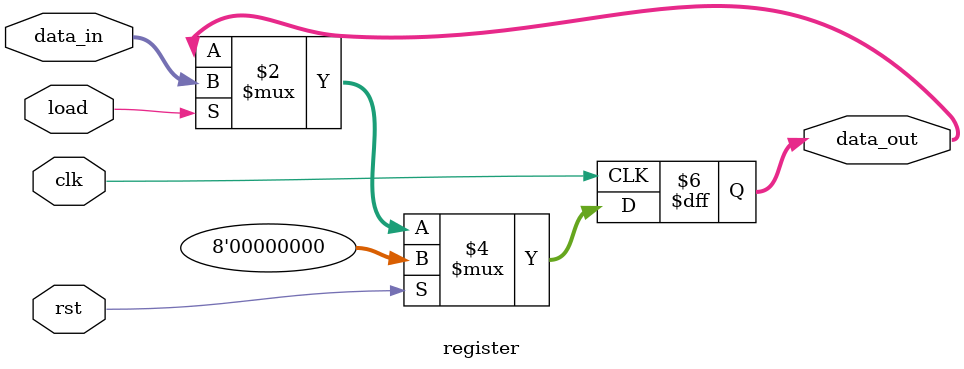
<source format=v>
module register #(parameter integer WIDTH = 8) (
  input wire [WIDTH-1:0] data_in,
  input wire load,
  input wire clk,
  input wire rst,
  output reg [WIDTH-1:0] data_out
);

  always @ (posedge clk) begin : BLK
    //integer temp;
    //if (load) temp = data_in;
    //if (rst) temp = 8'b0;

    //data_out <= temp;
    //
    if (load) data_out <= data_in;

    if (rst) data_out <= 0;
  end

endmodule

</source>
